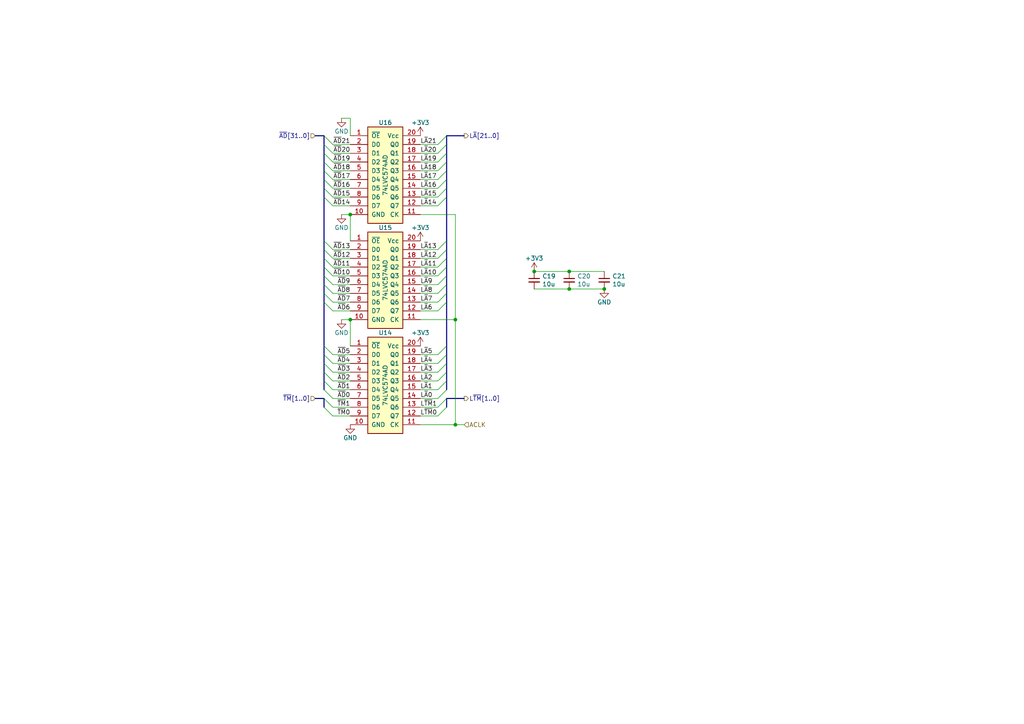
<source format=kicad_sch>
(kicad_sch (version 20211123) (generator eeschema)
  (paper "A4")
  (title_block (title "NuBus-ESP32") (date "2021-11-18") (rev "0.1") (company "Garrett's Workshop"))
  (lib_symbols
    (symbol "Device:C_Small" (pin_numbers hide) (pin_names (offset 0.254) hide)
      (property "Reference" "C" (at 0.254 1.778 0))
      (property "Value" "C_Small" (at 0.254 -2.032 0))
      (symbol "C_Small_0_1"
        (polyline (pts (xy -1.524 -0.508) (xy 1.524 -0.508)) (stroke (width 0.3302)))
        (polyline (pts (xy -1.524 0.508) (xy 1.524 0.508)) (stroke (width 0.3048)))
      )
      (symbol "C_Small_1_1"
        (pin passive line (at 0 2.54 270) (length 2.032) (name "~") (number "1"))
        (pin passive line (at 0 -2.54 90) (length 2.032) (name "~") (number "2"))
      )
    )
    (symbol "GW_Logic:74574" (pin_names (offset 1.016))
      (property "Reference" "U" (at 0 15.24 0))
      (property "Value" "74574" (at 0 -15.24 0))
      (symbol "74574_0_1"
        (rectangle (start -5.08 13.97) (end 5.08 -13.97) (stroke (width 0.254)) (fill (type background)))
      )
      (symbol "74574_1_1"
        (pin input line (at -10.16 11.43 0) (length 5.08) (name "~{OE}") (number "1"))
        (pin power_in line (at -10.16 -11.43 0) (length 5.08) (name "GND") (number "10"))
        (pin input line (at 10.16 -11.43 180) (length 5.08) (name "CK") (number "11"))
        (pin tri_state line (at 10.16 -8.89 180) (length 5.08) (name "Q7") (number "12"))
        (pin tri_state line (at 10.16 -6.35 180) (length 5.08) (name "Q6") (number "13"))
        (pin tri_state line (at 10.16 -3.81 180) (length 5.08) (name "Q5") (number "14"))
        (pin tri_state line (at 10.16 -1.27 180) (length 5.08) (name "Q4") (number "15"))
        (pin tri_state line (at 10.16 1.27 180) (length 5.08) (name "Q3") (number "16"))
        (pin tri_state line (at 10.16 3.81 180) (length 5.08) (name "Q2") (number "17"))
        (pin tri_state line (at 10.16 6.35 180) (length 5.08) (name "Q1") (number "18"))
        (pin tri_state line (at 10.16 8.89 180) (length 5.08) (name "Q0") (number "19"))
        (pin input line (at -10.16 8.89 0) (length 5.08) (name "D0") (number "2"))
        (pin power_in line (at 10.16 11.43 180) (length 5.08) (name "Vcc") (number "20"))
        (pin input line (at -10.16 6.35 0) (length 5.08) (name "D1") (number "3"))
        (pin input line (at -10.16 3.81 0) (length 5.08) (name "D2") (number "4"))
        (pin input line (at -10.16 1.27 0) (length 5.08) (name "D3") (number "5"))
        (pin input line (at -10.16 -1.27 0) (length 5.08) (name "D4") (number "6"))
        (pin input line (at -10.16 -3.81 0) (length 5.08) (name "D5") (number "7"))
        (pin input line (at -10.16 -6.35 0) (length 5.08) (name "D6") (number "8"))
        (pin input line (at -10.16 -8.89 0) (length 5.08) (name "D7") (number "9"))
      )
    )
    (symbol "power:+3V3" (power) (pin_names (offset 0))
      (property "Value" "+3V3" (at 0 3.556 0))
      (symbol "+3V3_0_1"
        (polyline (pts (xy -0.762 1.27) (xy 0 2.54)))
        (polyline (pts (xy 0 0) (xy 0 2.54)))
        (polyline (pts (xy 0 2.54) (xy 0.762 1.27)))
      )
      (symbol "+3V3_1_1"
        (pin power_in line (at 0 0 90) (length 0) hide (name "+3V3") (number "1"))
      )
    )
    (symbol "power:GND" (power) (pin_names (offset 0))
      (property "Value" "GND" (at 0 -3.81 0))
      (symbol "GND_0_1"
        (polyline (pts (xy 0 0) (xy 0 -1.27) (xy 1.27 -1.27) (xy 0 -2.54) (xy -1.27 -1.27) (xy 0 -1.27)))
      )
      (symbol "GND_1_1"
        (pin power_in line (at 0 0 270) (length 0) hide (name "GND") (number "1"))
      )
    )
  )
  (junction (at 165.1 83.82))
  (junction (at 165.1 78.74))
  (junction (at 132.08 123.19))
  (junction (at 132.08 92.71))
  (junction (at 154.94 78.74))
  (junction (at 101.6 92.71))
  (junction (at 101.6 62.23))
  (junction (at 175.26 83.82))
  (bus_entry (at 129.54 54.61) (size -2.54 2.54))
  (bus_entry (at 129.54 52.07) (size -2.54 2.54))
  (bus_entry (at 93.98 80.01) (size 2.54 2.54))
  (bus_entry (at 129.54 57.15) (size -2.54 2.54))
  (bus_entry (at 93.98 69.85) (size 2.54 2.54))
  (bus_entry (at 129.54 87.63) (size -2.54 2.54))
  (bus_entry (at 129.54 80.01) (size -2.54 2.54))
  (bus_entry (at 93.98 41.91) (size 2.54 2.54))
  (bus_entry (at 129.54 105.41) (size -2.54 2.54))
  (bus_entry (at 93.98 46.99) (size 2.54 2.54))
  (bus_entry (at 129.54 74.93) (size -2.54 2.54))
  (bus_entry (at 93.98 110.49) (size 2.54 2.54))
  (bus_entry (at 129.54 41.91) (size -2.54 2.54))
  (bus_entry (at 93.98 100.33) (size 2.54 2.54))
  (bus_entry (at 93.98 118.11) (size 2.54 2.54))
  (bus_entry (at 129.54 49.53) (size -2.54 2.54))
  (bus_entry (at 129.54 82.55) (size -2.54 2.54))
  (bus_entry (at 93.98 74.93) (size 2.54 2.54))
  (bus_entry (at 129.54 85.09) (size -2.54 2.54))
  (bus_entry (at 93.98 52.07) (size 2.54 2.54))
  (bus_entry (at 93.98 82.55) (size 2.54 2.54))
  (bus_entry (at 93.98 105.41) (size 2.54 2.54))
  (bus_entry (at 129.54 72.39) (size -2.54 2.54))
  (bus_entry (at 129.54 110.49) (size -2.54 2.54))
  (bus_entry (at 129.54 77.47) (size -2.54 2.54))
  (bus_entry (at 93.98 72.39) (size 2.54 2.54))
  (bus_entry (at 129.54 113.03) (size -2.54 2.54))
  (bus_entry (at 129.54 46.99) (size -2.54 2.54))
  (bus_entry (at 129.54 100.33) (size -2.54 2.54))
  (bus_entry (at 129.54 118.11) (size -2.54 2.54))
  (bus_entry (at 93.98 113.03) (size 2.54 2.54))
  (bus_entry (at 93.98 115.57) (size 2.54 2.54))
  (bus_entry (at 129.54 44.45) (size -2.54 2.54))
  (bus_entry (at 93.98 85.09) (size 2.54 2.54))
  (bus_entry (at 93.98 87.63) (size 2.54 2.54))
  (bus_entry (at 129.54 69.85) (size -2.54 2.54))
  (bus_entry (at 93.98 54.61) (size 2.54 2.54))
  (bus_entry (at 129.54 107.95) (size -2.54 2.54))
  (bus_entry (at 129.54 115.57) (size -2.54 2.54))
  (bus_entry (at 93.98 57.15) (size 2.54 2.54))
  (bus_entry (at 129.54 39.37) (size -2.54 2.54))
  (bus_entry (at 93.98 44.45) (size 2.54 2.54))
  (bus_entry (at 93.98 49.53) (size 2.54 2.54))
  (bus_entry (at 93.98 39.37) (size 2.54 2.54))
  (bus_entry (at 93.98 77.47) (size 2.54 2.54))
  (bus_entry (at 93.98 102.87) (size 2.54 2.54))
  (bus_entry (at 93.98 107.95) (size 2.54 2.54))
  (bus_entry (at 129.54 102.87) (size -2.54 2.54))
  (bus (pts (xy 93.98 110.49) (xy 93.98 113.03)))
  (bus (pts (xy 129.54 72.39) (xy 129.54 74.93)))
  (wire (pts (xy 132.08 62.23) (xy 132.08 92.71)))
  (wire (pts (xy 99.06 92.71) (xy 101.6 92.71)))
  (wire (pts (xy 121.92 57.15) (xy 127 57.15)))
  (bus (pts (xy 129.54 44.45) (xy 129.54 46.99)))
  (wire (pts (xy 101.6 34.29) (xy 101.6 39.37)))
  (bus (pts (xy 129.54 87.63) (xy 129.54 100.33)))
  (wire (pts (xy 121.92 74.93) (xy 127 74.93)))
  (bus (pts (xy 129.54 74.93) (xy 129.54 77.47)))
  (bus (pts (xy 129.54 80.01) (xy 129.54 82.55)))
  (wire (pts (xy 121.92 82.55) (xy 127 82.55)))
  (wire (pts (xy 154.94 83.82) (xy 165.1 83.82)))
  (bus (pts (xy 129.54 107.95) (xy 129.54 110.49)))
  (bus (pts (xy 93.98 77.47) (xy 93.98 80.01)))
  (bus (pts (xy 129.54 105.41) (xy 129.54 107.95)))
  (wire (pts (xy 121.92 87.63) (xy 127 87.63)))
  (bus (pts (xy 93.98 102.87) (xy 93.98 105.41)))
  (wire (pts (xy 121.92 46.99) (xy 127 46.99)))
  (wire (pts (xy 101.6 54.61) (xy 96.52 54.61)))
  (bus (pts (xy 93.98 74.93) (xy 93.98 77.47)))
  (bus (pts (xy 129.54 57.15) (xy 129.54 69.85)))
  (wire (pts (xy 121.92 120.65) (xy 127 120.65)))
  (bus (pts (xy 93.98 54.61) (xy 93.98 57.15)))
  (wire (pts (xy 101.6 90.17) (xy 96.52 90.17)))
  (wire (pts (xy 101.6 57.15) (xy 96.52 57.15)))
  (wire (pts (xy 132.08 123.19) (xy 121.92 123.19)))
  (wire (pts (xy 165.1 83.82) (xy 175.26 83.82)))
  (wire (pts (xy 121.92 105.41) (xy 127 105.41)))
  (wire (pts (xy 121.92 85.09) (xy 127 85.09)))
  (wire (pts (xy 101.6 92.71) (xy 101.6 100.33)))
  (bus (pts (xy 93.98 118.11) (xy 93.98 115.57)))
  (bus (pts (xy 93.98 46.99) (xy 93.98 49.53)))
  (bus (pts (xy 93.98 107.95) (xy 93.98 110.49)))
  (wire (pts (xy 101.6 113.03) (xy 96.52 113.03)))
  (wire (pts (xy 101.6 107.95) (xy 96.52 107.95)))
  (bus (pts (xy 93.98 39.37) (xy 91.44 39.37)))
  (wire (pts (xy 101.6 82.55) (xy 96.52 82.55)))
  (wire (pts (xy 99.06 62.23) (xy 101.6 62.23)))
  (bus (pts (xy 129.54 54.61) (xy 129.54 57.15)))
  (bus (pts (xy 129.54 69.85) (xy 129.54 72.39)))
  (bus (pts (xy 93.98 82.55) (xy 93.98 85.09)))
  (bus (pts (xy 93.98 49.53) (xy 93.98 52.07)))
  (wire (pts (xy 121.92 90.17) (xy 127 90.17)))
  (bus (pts (xy 93.98 115.57) (xy 91.44 115.57)))
  (wire (pts (xy 121.92 77.47) (xy 127 77.47)))
  (wire (pts (xy 101.6 44.45) (xy 96.52 44.45)))
  (bus (pts (xy 129.54 41.91) (xy 129.54 44.45)))
  (wire (pts (xy 101.6 72.39) (xy 96.52 72.39)))
  (wire (pts (xy 121.92 54.61) (xy 127 54.61)))
  (wire (pts (xy 121.92 113.03) (xy 127 113.03)))
  (wire (pts (xy 121.92 80.01) (xy 127 80.01)))
  (wire (pts (xy 121.92 92.71) (xy 132.08 92.71)))
  (wire (pts (xy 121.92 115.57) (xy 127 115.57)))
  (bus (pts (xy 93.98 100.33) (xy 93.98 102.87)))
  (wire (pts (xy 175.26 78.74) (xy 165.1 78.74)))
  (bus (pts (xy 129.54 115.57) (xy 134.62 115.57)))
  (bus (pts (xy 129.54 39.37) (xy 134.62 39.37)))
  (wire (pts (xy 101.6 102.87) (xy 96.52 102.87)))
  (bus (pts (xy 93.98 39.37) (xy 93.98 41.91)))
  (wire (pts (xy 101.6 85.09) (xy 96.52 85.09)))
  (wire (pts (xy 121.92 62.23) (xy 132.08 62.23)))
  (wire (pts (xy 121.92 49.53) (xy 127 49.53)))
  (bus (pts (xy 93.98 52.07) (xy 93.98 54.61)))
  (bus (pts (xy 93.98 57.15) (xy 93.98 69.85)))
  (wire (pts (xy 101.6 46.99) (xy 96.52 46.99)))
  (wire (pts (xy 121.92 107.95) (xy 127 107.95)))
  (bus (pts (xy 129.54 39.37) (xy 129.54 41.91)))
  (wire (pts (xy 101.6 120.65) (xy 96.52 120.65)))
  (bus (pts (xy 93.98 87.63) (xy 93.98 100.33)))
  (bus (pts (xy 129.54 102.87) (xy 129.54 105.41)))
  (wire (pts (xy 101.6 118.11) (xy 96.52 118.11)))
  (bus (pts (xy 93.98 105.41) (xy 93.98 107.95)))
  (bus (pts (xy 93.98 44.45) (xy 93.98 46.99)))
  (bus (pts (xy 129.54 46.99) (xy 129.54 49.53)))
  (wire (pts (xy 121.92 44.45) (xy 127 44.45)))
  (bus (pts (xy 129.54 77.47) (xy 129.54 80.01)))
  (wire (pts (xy 99.06 34.29) (xy 101.6 34.29)))
  (wire (pts (xy 121.92 52.07) (xy 127 52.07)))
  (bus (pts (xy 129.54 100.33) (xy 129.54 102.87)))
  (bus (pts (xy 129.54 82.55) (xy 129.54 85.09)))
  (wire (pts (xy 101.6 52.07) (xy 96.52 52.07)))
  (wire (pts (xy 121.92 41.91) (xy 127 41.91)))
  (wire (pts (xy 121.92 102.87) (xy 127 102.87)))
  (bus (pts (xy 129.54 85.09) (xy 129.54 87.63)))
  (bus (pts (xy 129.54 118.11) (xy 129.54 115.57)))
  (wire (pts (xy 101.6 59.69) (xy 96.52 59.69)))
  (wire (pts (xy 121.92 118.11) (xy 127 118.11)))
  (wire (pts (xy 101.6 62.23) (xy 101.6 69.85)))
  (bus (pts (xy 93.98 69.85) (xy 93.98 72.39)))
  (wire (pts (xy 101.6 41.91) (xy 96.52 41.91)))
  (bus (pts (xy 129.54 49.53) (xy 129.54 52.07)))
  (wire (pts (xy 121.92 59.69) (xy 127 59.69)))
  (wire (pts (xy 101.6 77.47) (xy 96.52 77.47)))
  (bus (pts (xy 129.54 110.49) (xy 129.54 113.03)))
  (wire (pts (xy 101.6 105.41) (xy 96.52 105.41)))
  (wire (pts (xy 132.08 92.71) (xy 132.08 123.19)))
  (wire (pts (xy 121.92 72.39) (xy 127 72.39)))
  (wire (pts (xy 134.62 123.19) (xy 132.08 123.19)))
  (bus (pts (xy 93.98 41.91) (xy 93.98 44.45)))
  (wire (pts (xy 101.6 74.93) (xy 96.52 74.93)))
  (wire (pts (xy 101.6 80.01) (xy 96.52 80.01)))
  (bus (pts (xy 93.98 80.01) (xy 93.98 82.55)))
  (bus (pts (xy 93.98 85.09) (xy 93.98 87.63)))
  (bus (pts (xy 129.54 52.07) (xy 129.54 54.61)))
  (wire (pts (xy 165.1 78.74) (xy 154.94 78.74)))
  (wire (pts (xy 101.6 49.53) (xy 96.52 49.53)))
  (bus (pts (xy 93.98 72.39) (xy 93.98 74.93)))
  (wire (pts (xy 101.6 87.63) (xy 96.52 87.63)))
  (wire (pts (xy 121.92 110.49) (xy 127 110.49)))
  (wire (pts (xy 101.6 110.49) (xy 96.52 110.49)))
  (wire (pts (xy 101.6 115.57) (xy 96.52 115.57)))
  (label "~{TM}0" (at 101.6 120.65 180))
  (label "~{AD}8" (at 101.6 85.09 180))
  (label "L~{A}7" (at 121.92 87.63 0))
  (label "~{AD}11" (at 101.6 77.47 180))
  (label "L~{A}1" (at 121.92 113.03 0))
  (label "~{AD}14" (at 101.6 59.69 180))
  (label "~{AD}0" (at 101.6 115.57 180))
  (label "L~{A}8" (at 121.92 85.09 0))
  (label "L~{A}11" (at 121.92 77.47 0))
  (label "~{AD}12" (at 101.6 74.93 180))
  (label "L~{A}13" (at 121.92 72.39 0))
  (label "~{AD}20" (at 101.6 44.45 180))
  (label "L~{A}18" (at 121.92 49.53 0))
  (label "~{AD}2" (at 101.6 110.49 180))
  (label "L~{A}12" (at 121.92 74.93 0))
  (label "~{AD}5" (at 101.6 102.87 180))
  (label "L~{TM}1" (at 121.92 118.11 0))
  (label "L~{A}16" (at 121.92 54.61 0))
  (label "L~{A}6" (at 121.92 90.17 0))
  (label "~{AD}13" (at 101.6 72.39 180))
  (label "~{AD}9" (at 101.6 82.55 180))
  (label "~{AD}10" (at 101.6 80.01 180))
  (label "L~{A}5" (at 121.92 102.87 0))
  (label "~{AD}19" (at 101.6 46.99 180))
  (label "~{AD}1" (at 101.6 113.03 180))
  (label "~{TM}1" (at 101.6 118.11 180))
  (label "~{AD}3" (at 101.6 107.95 180))
  (label "~{AD}7" (at 101.6 87.63 180))
  (label "L~{TM}0" (at 121.92 120.65 0))
  (label "L~{A}10" (at 121.92 80.01 0))
  (label "L~{A}14" (at 121.92 59.69 0))
  (label "~{AD}18" (at 101.6 49.53 180))
  (label "~{AD}15" (at 101.6 57.15 180))
  (label "~{AD}16" (at 101.6 54.61 180))
  (label "~{AD}17" (at 101.6 52.07 180))
  (label "~{AD}6" (at 101.6 90.17 180))
  (label "L~{A}17" (at 121.92 52.07 0))
  (label "L~{A}20" (at 121.92 44.45 0))
  (label "L~{A}3" (at 121.92 107.95 0))
  (label "L~{A}2" (at 121.92 110.49 0))
  (label "L~{A}9" (at 121.92 82.55 0))
  (label "~{AD}21" (at 101.6 41.91 180))
  (label "L~{A}21" (at 121.92 41.91 0))
  (label "L~{A}15" (at 121.92 57.15 0))
  (label "L~{A}19" (at 121.92 46.99 0))
  (label "L~{A}4" (at 121.92 105.41 0))
  (label "L~{A}0" (at 121.92 115.57 0))
  (label "~{AD}4" (at 101.6 105.41 180))
  (hierarchical_label "ACLK" (shape input) (at 134.62 123.19 0))
  (hierarchical_label "~{TM}[1..0]" (shape input) (at 91.44 115.57 180))
  (hierarchical_label "L~{A}[21..0]" (shape output) (at 134.62 39.37 0))
  (hierarchical_label "L~{TM}[1..0]" (shape output) (at 134.62 115.57 0))
  (hierarchical_label "~{AD}[31..0]" (shape input) (at 91.44 39.37 180))
  (symbol (lib_id "power:GND") (at 101.6 123.19 0) (unit 1)
    (property "Reference" "#PWR0124" (effects hide))
    (property "Value" "GND" (at 101.6 127 0))
  )
  (symbol (lib_id "power:GND") (at 99.06 92.71 0) (unit 1)
    (property "Reference" "#PWR0125" (effects hide))
    (property "Value" "GND" (at 99.06 96.52 0))
  )
  (symbol (lib_id "power:GND") (at 99.06 34.29 0) (unit 1)
    (property "Reference" "#PWR0126" (effects hide))
    (property "Value" "GND" (at 99.06 38.1 0))
  )
  (symbol (lib_id "power:GND") (at 99.06 62.23 0) (unit 1)
    (property "Reference" "#PWR0127" (effects hide))
    (property "Value" "GND" (at 99.06 66.04 0))
  )
  (symbol (lib_id "Device:C_Small") (at 175.26 81.28 0) (mirror y) (unit 1)
    (property "Reference" "C21" (at 177.5968 80.1116 0) (effects (justify right)))
    (property "Value" "10u" (at 177.5968 82.423 0) (effects (justify right)))
    (property "Footprint" "stdpads:C_0805" (effects hide))
    (property "LCSC Part" "C15850" (effects hide))
  )
  (symbol (lib_id "Device:C_Small") (at 165.1 81.28 0) (mirror y) (unit 1)
    (property "Reference" "C20" (at 167.4368 80.1116 0) (effects (justify right)))
    (property "Value" "10u" (at 167.4368 82.423 0) (effects (justify right)))
    (property "Footprint" "stdpads:C_0805" (effects hide))
    (property "LCSC Part" "C15850" (effects hide))
  )
  (symbol (lib_id "power:GND") (at 175.26 83.82 0) (unit 1)
    (property "Reference" "#PWR0196" (effects hide))
    (property "Value" "GND" (at 175.26 87.63 0))
  )
  (symbol (lib_id "Device:C_Small") (at 154.94 81.28 0) (mirror y) (unit 1)
    (property "Reference" "C19" (at 157.2768 80.1116 0) (effects (justify right)))
    (property "Value" "10u" (at 157.2768 82.423 0) (effects (justify right)))
    (property "Footprint" "stdpads:C_0805" (effects hide))
    (property "LCSC Part" "C15850" (effects hide))
  )
  (symbol (lib_id "power:+3V3") (at 154.94 78.74 0) (unit 1)
    (property "Reference" "#PWR0122" (effects hide))
    (property "Value" "+3V3" (at 154.94 74.93 0))
  )
  (symbol (lib_id "power:+3V3") (at 121.92 39.37 0) (unit 1)
    (property "Reference" "#PWR0123" (effects hide))
    (property "Value" "+3V3" (at 121.92 35.56 0))
  )
  (symbol (lib_id "power:+3V3") (at 121.92 69.85 0) (unit 1)
    (property "Reference" "#PWR0128" (effects hide))
    (property "Value" "+3V3" (at 121.92 66.04 0))
  )
  (symbol (lib_id "power:+3V3") (at 121.92 100.33 0) (unit 1)
    (property "Reference" "#PWR0197" (effects hide))
    (property "Value" "+3V3" (at 121.92 96.52 0))
  )
  (symbol (lib_id "GW_Logic:74574") (at 111.76 111.76 0) (unit 1)
    (property "Reference" "U14" (at 111.76 96.52 0))
    (property "Value" "74LVC574AD" (at 111.76 111.76 90))
    (property "Footprint" "stdpads:SOIC-20W_7.5mm" (effects hide))
    (property "LCSC Part" "C6097" (effects hide))
  )
  (symbol (lib_id "GW_Logic:74574") (at 111.76 81.28 0) (unit 1)
    (property "Reference" "U15" (at 111.76 66.04 0))
    (property "Value" "74LVC574AD" (at 111.76 81.28 90))
    (property "Footprint" "stdpads:SOIC-20W_7.5mm" (effects hide))
    (property "LCSC Part" "C6097" (effects hide))
  )
  (symbol (lib_id "GW_Logic:74574") (at 111.76 50.8 0) (unit 1)
    (property "Reference" "U16" (at 111.76 35.56 0))
    (property "Value" "74LVC574AD" (at 111.76 50.8 90))
    (property "Footprint" "stdpads:SOIC-20W_7.5mm" (effects hide))
    (property "LCSC Part" "C6097" (effects hide))
  )
)
</source>
